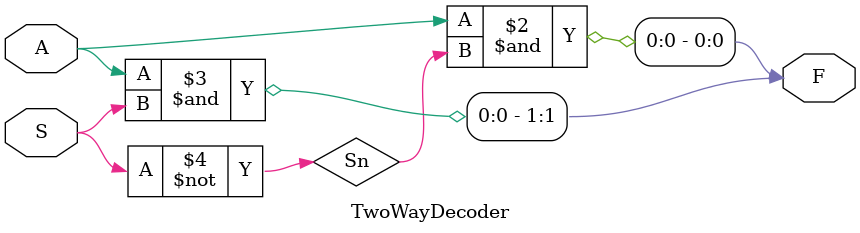
<source format=sv>
module fsm_tb;
	reg clk;
	reg clr;
	reg en;
	wire [2:0] q;
	wire [7:0] f;
	wire [2:0] result;
	
	fsm uut (clk, en, clr, result);
	
	integer i;
	
	initial begin
	
		#10 clr = 1;
		
		#10 clr = 0; en = 1;
	
		for (i = 0; i < 256; i = i + 1) begin
			
		#10 clk = 0;
			
		#10 clk = 1;
			
		end
		
	end

	initial
      $monitor ("res=%b clr=%b en=%b clk=%b", result, clr, en, clk);

endmodule

module fsm(
	input wire clk, en, clr,
	output reg [2:0] result);
	
	wire c;
	wire r;
	wire [2:0] q;
	wire [7:0] f;
	
	assign c = clk & en;
	
	assign r = clr | f[6];
	
	EightWayDecoder dec (1'b1, q, f);
	
	dfCounter3 count (c, r, en, q);
	
	always @ (clr) begin
	
		result = 3'b000;
		
	end
	
	always @ (posedge c) begin
		case (f)
			8'd0: result = 3'b000;
			8'd1: result = 3'b001;
			8'd2: result = 3'b011;
			8'd4: result = 3'b101;
			8'd8: result = 3'b111;
			8'd16: result = 3'b010;
			default: result = 3'b000;
		endcase	
	end
	
	
endmodule

module dfCounter3(
		input wire clk,
		input wire clr,
		input wire en,
		output wire [2:0] q);
		
		wire [2:0] qn;
		
		assign qn = ~q;
		
		assign c = clk & en;
		
		asyncDFlop df0 (qn[0], c, clr, q[0]);
		
		asyncDFlop df1 (qn[1], qn[0], clr, q[1]);
		
		asyncDFlop df2 (qn[2], qn[1], clr, q[2]);
		
		
endmodule


module asyncDFlop(
	input wire D,
	input wire clk, 
	input wire r,
	output reg Q);
	
	always @(posedge clk or posedge r) 
	begin
 		if(r==1'b1)
  			Q <= 1'b0; 
 		else 
  			Q <= D; 
	end 

endmodule

module EightWayDecoder (A, S, F);
   //
   // ---------------- PORT DEFINITIONS ----------------
   //
   
   input wire A; 
   input wire [2:0] S;
   output wire [7:0] F;
   
   wire [1:0] B;
   
   TwoWayDecoder premux (.A(A), .S(S[2]), .F(B));
   
   FourWayDecoder himux (.A(B[0]), .S(S[1:0]), .F(F[3:0]));
   FourWayDecoder lomux (.A(B[1]), .S(S[1:0]), .F(F[7:4]));

endmodule

module FourWayDecoder (A, S, F);
   //
   // ---------------- PORT DEFINITIONS ----------------
   //
   
   input wire A; 
   input wire [1:0] S;
   output wire [3:0] F;
   
   wire [1:0] B;
   
   TwoWayDecoder premux (.A(A), .S(S[1]), .F(B));
   
   TwoWayDecoder himux (.A(B[0]), .S(S[0]), .F(F[1:0]));
   TwoWayDecoder lomux (.A(B[1]), .S(S[0]), .F(F[3:2]));

endmodule

module TwoWayDecoder (A, S, F);
   //
   // ---------------- PORT DEFINITIONS ----------------
   //
   
   input wire A, S;
   output wire [1:0] F;
   
   wire Sn;
   
   not (Sn, S);
   
   and (F[0], A, Sn);
   and (F[1], A, S);
  
endmodule
</source>
